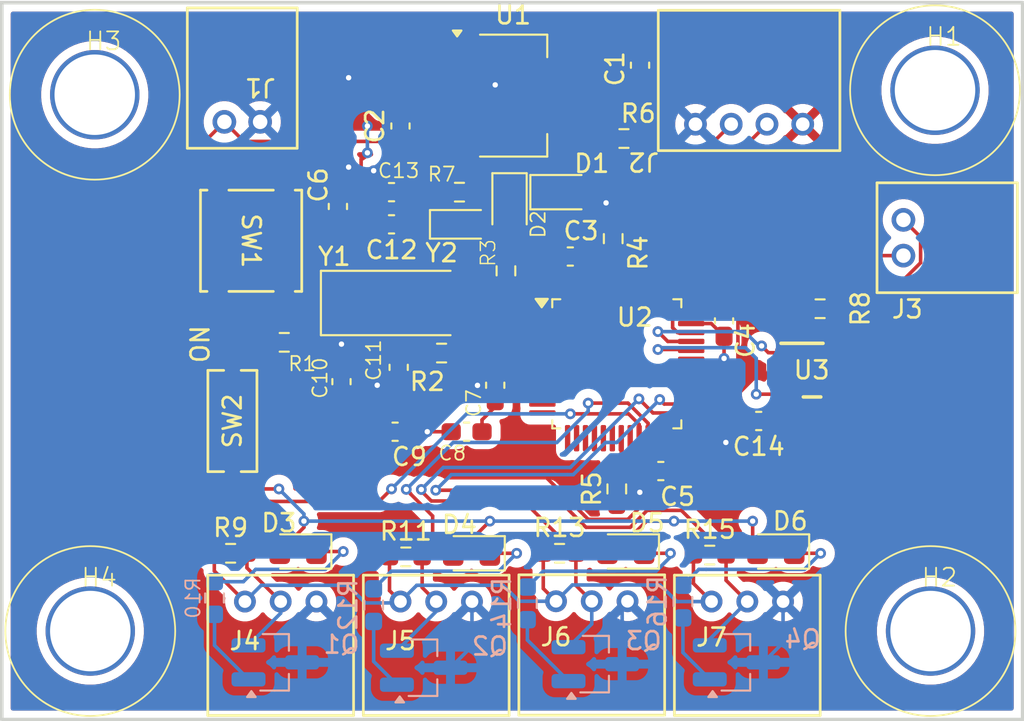
<source format=kicad_pcb>
(kicad_pcb (version 20241229) (generator "pcbnew") (generator_version "9.0")
  (layers (0 "F.Cu" signal) (2 "B.Cu" signal) (13 "F.Paste" user) (15 "B.Paste" user) (5 "F.SilkS" user "F.Silkscreen") (7 "B.SilkS" user "B.Silkscreen") (1 "F.Mask" user) (3 "B.Mask" user) (25 "Edge.Cuts" user))
  (net 0 "")
  (net 1 "Vcc3V")
  (net 2 "GND")
  (net 3 "+5V")
  (net 4 "Vdda")
  (net 5 "NRST")
  (net 6 "OSC_OUT")
  (net 7 "Net-(C11-Pad1)")
  (net 8 "OSC32_OUT")
  (net 9 "Net-(C13-Pad1)")
  (net 10 "Net-(D1-K)")
  (net 11 "Net-(D2-K)")
  (net 12 "LED_DEBUG")
  (net 13 "SWCLK")
  (net 14 "SWDIO")
  (net 15 "OSC_IN")
  (net 16 "OSC32_IN")
  (net 17 "BOOT0")
  (net 18 "BOOT1")
  (net 21 "Net-(D3-K)")
  (net 25 "LED_PWR")
  (net 34 "Net-(D4-K)")
  (net 39 "CANTX")
  (net 40 "CANRX")
  (net 48 "Net-(D5-K)")
  (net 51 "Net-(J3-Pin_1)")
  (net 52 "Net-(J3-Pin_2)")
  (net 55 "Net-(D6-K)")
  (net 56 "RPM0")
  (net 57 "RPM1")
  (net 58 "RPM2")
  (net 59 "RPM3")
  (net 60 "Net-(Q1-D)")
  (net 61 "Net-(Q2-D)")
  (net 62 "Net-(Q3-D)")
  (net 63 "Net-(Q4-D)")
  (footprint "Resistor_SMD:R_0603_1608Metric_Pad0.98x0.95mm_HandSolder" (layer "F.Cu") (at 154.4 63.2 180)
    (property "Reference" "R7")
    (property "Value" "150")
  )
  (footprint "Capacitor_SMD:C_0603_1608Metric_Pad1.08x0.95mm_HandSolder" (layer "F.Cu") (at 164.5 56.1 90)
    (property "Reference" "C1")
    (property "Value" "22u")
  )
  (footprint "Capacitor_SMD:C_0603_1608Metric_Pad1.08x0.95mm_HandSolder" (layer "F.Cu") (at 151.1 59.5 90)
    (property "Reference" "C2")
    (property "Value" "10u")
  )
  (footprint "Mounting_holes_custom:Hole 8-32 Imperial" (layer "F.Cu") (at 180.75 87.75)
    (property "Reference" "H2")
    (property "Value" "MountingHole" (hide yes))
  )
  (footprint "Capacitor_SMD:C_0603_1608Metric_Pad1.08x0.95mm_HandSolder" (layer "F.Cu") (at 147.6 64 90)
    (property "Reference" "C6")
    (property "Value" "10u")
  )
  (footprint "Connector_PH:CONN_S3B-PH-K-S_JST-3x1-Female" (layer "F.Cu") (at 142.4 86.1)
    (property "Reference" "J4")
    (property "Value" "Conn_01x03")
  )
  (footprint "Switch:CHS-01B_NDC-M" (layer "F.Cu") (at 141.7 76 90)
    (property "Reference" "SW2")
    (property "Value" "SW_DIP_x01")
  )
  (footprint "Connector_PH:CONN_S3B-PH-K-S_JST-3x1-Female" (layer "F.Cu") (at 159.8 86.0826)
    (property "Reference" "J6")
    (property "Value" "Conn_01x03")
  )
  (footprint "Mounting_holes_custom:Hole 8-32 Imperial" (layer "F.Cu") (at 134 57.75)
    (property "Reference" "H3")
    (property "Value" "MountingHole" (hide yes))
  )
  (footprint "Connector_PH:CONN_S3B-PH-K-S_JST-3x1-Female" (layer "F.Cu") (at 168.5 86.1)
    (property "Reference" "J7")
    (property "Value" "Conn_01x03")
  )
  (footprint "LED_SMD:LED_0805_2012Metric_Pad1.15x1.40mm_HandSolder" (layer "F.Cu") (at 172.1 83.3 180)
    (property "Reference" "D6")
    (property "Value" "LTST-C171KRKT")
  )
  (footprint "BAJACONN:CONN_S2B-PH-K-S_JST" (layer "F.Cu") (at 179.2326 66.75 90)
    (property "Reference" "J3")
    (property "Value" "S2B-PH-K-S")
  )
  (footprint "Switch:SMT_FS" (layer "F.Cu") (at 142.7458 65.91865 -90)
    (property "Reference" "SW1")
    (property "Value" "SW_Push_Dual")
  )
  (footprint "Connector_PH:CONN_S2B-PH-K-S_JST-2x1-Female" (layer "F.Cu") (at 143.25 59.2674 180)
    (property "Reference" "J1")
    (property "Value" "S2B-PH-K-S")
  )
  (footprint "LED_SMD:LED_0805_2012Metric_Pad1.15x1.40mm_HandSolder" (layer "F.Cu") (at 163.7 83.3 180)
    (property "Reference" "D5")
    (property "Value" "LTST-C171KRKT")
  )
  (footprint "LED_SMD:LED_0805_2012Metric_Pad1.15x1.40mm_HandSolder" (layer "F.Cu") (at 157.2 64 -90)
    (property "Reference" "D2")
    (property "Value" "LTST-C171AKT")
  )
  (footprint "Capacitor_SMD:C_0603_1608Metric_Pad1.08x0.95mm_HandSolder" (layer "F.Cu") (at 160.6 66.8)
    (property "Reference" "C3")
    (property "Value" "100n")
  )
  (footprint "Resistor_SMD:R_0603_1608Metric_Pad0.98x0.95mm_HandSolder" (layer "F.Cu") (at 174.5725 69.72)
    (property "Reference" "R8")
    (property "Value" "120")
  )
  (footprint "Capacitor_SMD:C_0603_1608Metric_Pad1.08x0.95mm_HandSolder" (layer "F.Cu") (at 151 73 -90)
    (property "Reference" "C11")
    (property "Value" "32p")
  )
  (footprint "Crystal:Crystal_SMD_5032-2Pin_5.0x3.2mm_HandSoldering" (layer "F.Cu") (at 151.2 69.4)
    (property "Reference" "Y1")
    (property "Value" "ABM3-8.000MHZ-B4Y-T")
  )
  (footprint "LED_SMD:LED_0805_2012Metric_Pad1.15x1.40mm_HandSolder" (layer "F.Cu") (at 160.225 63.2)
    (property "Reference" "D1")
    (property "Value" "LTST-C171GKT")
  )
  (footprint "Capacitor_SMD:C_0603_1608Metric_Pad1.08x0.95mm_HandSolder" (layer "F.Cu") (at 171.1375 76 180)
    (property "Reference" "C14")
    (property "Value" "100n")
  )
  (footprint "Resistor_SMD:R_0603_1608Metric_Pad0.98x0.95mm_HandSolder" (layer "F.Cu") (at 144.6 71.6 180)
    (property "Reference" "R1")
    (property "Value" "10k")
  )
  (footprint "Package_TO_SOT_SMD:SOT-223-3_TabPin2" (layer "F.Cu") (at 157.4 57.8)
    (property "Reference" "U1")
    (property "Value" "AMS1117-3.3")
  )
  (footprint "Capacitor_SMD:C_0603_1608Metric_Pad1.08x0.95mm_HandSolder" (layer "F.Cu") (at 156.4 74 90)
    (property "Reference" "C7")
    (property "Value" "100n")
  )
  (footprint "Mounting_holes_custom:Hole 8-32 Imperial" (layer "F.Cu") (at 181 57.5)
    (property "Reference" "H1")
    (property "Value" "MountingHole" (hide yes))
  )
  (footprint "Resistor_SMD:R_0603_1608Metric_Pad0.98x0.95mm_HandSolder" (layer "F.Cu") (at 160 83.4)
    (property "Reference" "R13")
    (property "Value" "10k")
  )
  (footprint "LED_SMD:LED_0805_2012Metric_Pad1.15x1.40mm_HandSolder" (layer "F.Cu") (at 155.075 83.4 180)
    (property "Reference" "D4")
    (property "Value" "LTST-C171KRKT")
  )
  (footprint "Resistor_SMD:R_0603_1608Metric_Pad0.98x0.95mm_HandSolder" (layer "F.Cu") (at 141.6 83.4)
    (property "Reference" "R9")
    (property "Value" "10k")
  )
  (footprint "Mounting_holes_custom:Hole 8-32 Imperial" (layer "F.Cu") (at 133.75 87.75)
    (property "Reference" "H4")
    (property "Value" "MountingHole" (hide yes))
  )
  (footprint "Resistor_SMD:R_0603_1608Metric_Pad0.98x0.95mm_HandSolder" (layer "F.Cu") (at 151.4 83.6)
    (property "Reference" "R11")
    (property "Value" "10k")
  )
  (footprint "Capacitor_SMD:C_0603_1608Metric_Pad1.08x0.95mm_HandSolder" (layer "F.Cu") (at 169.2 70.4 -90)
    (property "Reference" "C4")
    (property "Value" "100n")
  )
  (footprint "Crystal:Crystal_SMD_2012-2Pin_2.0x1.2mm_HandSoldering" (layer "F.Cu") (at 154.4 65)
    (property "Reference" "Y2")
    (property "Value" "ABS06-32.768KHZ-1-T")
  )
  (footprint "Resistor_SMD:R_0603_1608Metric_Pad0.98x0.95mm_HandSolder" (layer "F.Cu") (at 153.4 72.2)
    (property "Reference" "R2")
    (property "Value" "750")
  )
  (footprint "Capacitor_SMD:C_0603_1608Metric_Pad1.08x0.95mm_HandSolder" (layer "F.Cu") (at 150.6 63.2 180)
    (property "Reference" "C13")
    (property "Value" "22p")
  )
  (footprint "Resistor_SMD:R_0603_1608Metric_Pad0.98x0.95mm_HandSolder" (layer "F.Cu") (at 163.2 79.8 -90)
    (property "Reference" "R5")
    (property "Value" "10k")
  )
  (footprint "Capacitor_SMD:C_0603_1608Metric_Pad1.08x0.95mm_HandSolder" (layer "F.Cu") (at 150.6 65 180)
    (property "Reference" "C12")
    (property "Value" "22p")
  )
  (footprint "Resistor_SMD:R_0603_1608Metric_Pad0.98x0.95mm_HandSolder" (layer "F.Cu") (at 168.4 83.5)
    (property "Reference" "R15")
    (property "Value" "10k")
  )
  (footprint "Capacitor_SMD:C_0603_1608Metric_Pad1.08x0.95mm_HandSolder" (layer "F.Cu") (at 150.8 76.6)
    (property "Reference" "C9")
    (property "Value" "100n")
  )
  (footprint "Capacitor_SMD:C_0603_1608Metric_Pad1.08x0.95mm_HandSolder" (layer "F.Cu") (at 165.6625 78.8 180)
    (property "Reference" "C5")
    (property "Value" "100n")
  )
  (footprint "Resistor_SMD:R_0603_1608Metric_Pad0.98x0.95mm_HandSolder" (layer "F.Cu") (at 163.6 60.2)
    (property "Reference" "R6")
    (property "Value" "68")
  )
  (footprint "Connector_PH:CONN_S3B-PH-K-S_JST-3x1-Female" (layer "F.Cu") (at 151.099999 86.1)
    (property "Reference" "J5")
    (property "Value" "Conn_01x03")
  )
  (footprint "Capacitor_SMD:C_0603_1608Metric_Pad1.08x0.95mm_HandSolder" (layer "F.Cu") (at 154.8 76.6 180)
    (property "Reference" "C8")
    (property "Value" "1u")
  )
  (footprint "CAN:TCAN332_M" (layer "F.Cu") (at 174.135001 73.154999)
    (property "Reference" "U3")
    (property "Value" "TCAN332G")
  )
  (footprint "Capacitor_SMD:C_0603_1608Metric_Pad1.08x0.95mm_HandSolder" (layer "F.Cu") (at 147.8 73.8 90)
    (property "Reference" "C10")
    (property "Value" "32p")
  )
  (footprint "Resistor_SMD:R_0603_1608Metric_Pad0.98x0.95mm_HandSolder" (layer "F.Cu") (at 157 67.6 -90)
    (property "Reference" "R3")
    (property "Value" "470k")
  )
  (footprint "Package_QFP:LQFP-48_7x7mm_P0.5mm" (layer "F.Cu") (at 163.2 72.8)
    (property "Reference" "U2")
    (property "Value" "STM32F103C8Tx")
  )
  (footprint "LED_SMD:LED_0805_2012Metric_Pad1.15x1.40mm_HandSolder" (layer "F.Cu") (at 145.375 83.3 180)
    (property "Reference" "D3")
    (property "Value" "LTST-C171KRKT")
  )
  (footprint "Connector_PH:CONN_S4B-PH-K-S_JST-4x1-Female" (layer "F.Cu") (at 173.6 59.4 180)
    (property "Reference" "J2")
    (property "Value" "Conn_01x04")
  )
  (footprint "Resistor_SMD:R_0603_1608Metric_Pad0.98x0.95mm_HandSolder" (layer "F.Cu") (at 163 65.8 90)
    (property "Reference" "R4")
    (property "Value" "10k")
  )
  (footprint "Resistor_SMD:R_0603_1608Metric_Pad0.98x0.95mm_HandSolder" (layer "B.Cu") (at 149.6 86.3 -90)
    (property "Reference" "R12")
    (property "Value" "68")
  )
  (footprint "Resistor_SMD:R_0603_1608Metric_Pad0.98x0.95mm_HandSolder" (layer "B.Cu") (at 158.2 86.2 -90)
    (property "Reference" "R14")
    (property "Value" "68")
  )
  (footprint "Package_TO_SOT_SMD:SOT-23_Handsoldering" (layer "B.Cu") (at 152.4 89.8)
    (property "Reference" "Q2")
    (property "Value" "NMOS")
  )
  (footprint "Package_TO_SOT_SMD:SOT-23_Handsoldering" (layer "B.Cu") (at 144.1 89.5)
    (property "Reference" "Q1")
    (property "Value" "NMOS")
  )
  (footprint "Resistor_SMD:R_0603_1608Metric_Pad0.98x0.95mm_HandSolder" (layer "B.Cu") (at 140.7 85.9 -90)
    (property "Reference" "R10")
    (property "Value" "68")
  )
  (footprint "Resistor_SMD:R_0603_1608Metric_Pad0.98x0.95mm_HandSolder" (layer "B.Cu") (at 166.9 86.1 -90)
    (property "Reference" "R16")
    (property "Value" "68")
  )
  (footprint "Package_TO_SOT_SMD:SOT-23_Handsoldering" (layer "B.Cu") (at 169.9 89.5)
    (property "Reference" "Q4")
    (property "Value" "NMOS")
  )
  (footprint "Package_TO_SOT_SMD:SOT-23_Handsoldering" (layer "B.Cu") (at 162 89.6)
    (property "Reference" "Q3")
    (property "Value" "NMOS")
  )
  (gr_rect (start 128.8 52.6) (end 185.9 92.7) (stroke (width 0.2)) (fill no) (layer "Edge.Cuts"))
  (segment (start 172.66 73.48) (end 170.996 73.48) (width 0.2) (layer "F.Cu") (net 1))
  (segment (start 167.3625 70.05) (end 168.6875 70.05) (width 0.2) (layer "F.Cu") (net 1))
  (segment (start 165.95 78.225) (end 166.525 78.8) (width 0.2) (layer "F.Cu") (net 1))
  (segment (start 152.574 59.476) (end 154.25 57.8) (width 0.2) (layer "F.Cu") (net 1))
  (segment (start 163.7 57.7625) (end 163.6 57.8625) (width 0.2) (layer "F.Cu") (net 1))
  (segment (start 148.899 63.5635) (end 148.899 61.351) (width 0.2) (layer "F.Cu") (net 1))
  (segment (start 168.6875 70.05) (end 169.2 69.5375) (width 0.2) (layer "F.Cu") (net 1))
  (segment (start 148.899 61.351) (end 149.25 61) (width 0.2) (layer "F.Cu") (net 1))
  (segment (start 163.5 57.8625) (end 163.7 57.8625) (width 0.2) (layer "F.Cu") (net 1))
  (segment (start 159.65 58.5) (end 161.3625 58.5) (width 0.2) (layer "F.Cu") (net 1))
  (segment (start 145.63125 66.83125) (end 145.5125 66.95) (width 0.2) (layer "F.Cu") (net 1))
  (segment (start 162.4 63.2) (end 163.476 62.124) (width 0.2) (layer "F.Cu") (net 1))
  (segment (start 170 76) (end 169.6625 75.6625) (width 0.2) (layer "F.Cu") (net 1))
  (segment (start 161.9375 57.8) (end 160.55 57.8) (width 0.2) (layer "F.Cu") (net 1))
  (segment (start 163.7 57.7625) (end 163.7 57.8625) (width 0.2) (layer "F.Cu") (net 1))
  (segment (start 169.6625 75.6625) (end 166.525 78.8) (width 0.2) (layer "F.Cu") (net 1))
  (segment (start 163.7 57.8625) (end 164.6 57.8625) (width 0.2) (layer "F.Cu") (net 1))
  (segment (start 169.976 74.5) (end 169.976 75.349) (width 0.2) (layer "F.Cu") (net 1))
  (segment (start 160.45 67.5125) (end 159.7375 66.8) (width 0.2) (layer "F.Cu") (net 1))
  (segment (start 159.7375 64.7125) (end 161.25 63.2) (width 0.2) (layer "F.Cu") (net 1))
  (segment (start 163.476 62.124) (end 163.476 59.3385) (width 0.2) (layer "F.Cu") (net 1))
  (segment (start 172.0625 57.8625) (end 164.6 57.8625) (width 0.2) (layer "F.Cu") (net 1))
  (segment (start 154.25 57.8) (end 160.55 57.8) (width 0.2) (layer "F.Cu") (net 1))
  (segment (start 147.6 64.8625) (end 145.63125 66.83125) (width 0.2) (layer "F.Cu") (net 1))
  (segment (start 145.5125 66.95) (end 145.5125 71.6) (width 0.2) (layer "F.Cu") (net 1))
  (segment (start 163.824 81.501) (end 161.6 81.501) (width 0.2) (layer "F.Cu") (net 1))
  (segment (start 163.6 57.8625) (end 163.5 57.8625) (width 0.2) (layer "F.Cu") (net 1))
  (segment (start 170.996 73.48) (end 169.976 74.5) (width 0.2) (layer "F.Cu") (net 1))
  (segment (start 162 57.8625) (end 161.9375 57.8) (width 0.2) (layer "F.Cu") (net 1))
  (segment (start 160.45 68.6375) (end 160.45 67.5125) (width 0.2) (layer "F.Cu") (net 1))
  (segment (start 166.525 78.8) (end 163.824 81.501) (width 0.2) (layer "F.Cu") (net 1))
  (segment (start 142.899 69.5635) (end 145.63125 66.83125) (width 0.2) (layer "F.Cu") (net 1))
  (segment (start 164.6625 57.8625) (end 164.6 57.8625) (width 0.2) (layer "F.Cu") (net 1))
  (segment (start 158.983067 78.884067) (end 161.6 81.501) (width 0.2) (layer "F.Cu") (net 1))
  (segment (start 162.4 63.2) (end 161.25 63.2) (width 0.2) (layer "F.Cu") (net 1))
  (segment (start 163.476 59.3385) (end 162 57.8625) (width 0.2) (layer "F.Cu") (net 1))
  (segment (start 163.7 57.7625) (end 164.5 56.9625) (width 0.2) (layer "F.Cu") (net 1))
  (segment (start 147.6 64.8625) (end 148.899 63.5635) (width 0.2) (layer "F.Cu") (net 1))
  (segment (start 149.274 59.476) (end 149.25 59.5) (width 0.2) (layer "F.Cu") (net 1))
  (segment (start 142.899 72.067134) (end 142.899 69.5635) (width 0.2) (layer "F.Cu") (net 1))
  (segment (start 162 57.8625) (end 163.5 57.8625) (width 0.2) (layer "F.Cu") (net 1))
  (segment (start 173.6 59.4) (end 172.0625 57.8625) (width 0.2) (layer "F.Cu") (net 1))
  (segment (start 169.976 70.3135) (end 169.976 74.5) (width 0.2) (layer "F.Cu") (net 1))
  (segment (start 165.95 76.9625) (end 165.95 78.225) (width 0.2) (layer "F.Cu") (net 1))
  (segment (start 149.715933 78.884067) (end 142.899 72.067134) (width 0.2) (layer "F.Cu") (net 1))
  (segment (start 169.2 69.5375) (end 169.976 70.3135) (width 0.2) (layer "F.Cu") (net 1))
  (segment (start 159.7375 66.8) (end 159.7375 64.7125) (width 0.2) (layer "F.Cu") (net 1))
  (segment (start 152.574 59.476) (end 149.274 59.476) (width 0.2) (layer "F.Cu") (net 1))
  (segment (start 149.715933 78.884067) (end 158.983067 78.884067) (width 0.2) (layer "F.Cu") (net 1))
  (segment (start 169.976 75.349) (end 169.6625 75.6625) (width 0.2) (layer "F.Cu") (net 1))
  (segment (start 170.275 76) (end 170 76) (width 0.2) (layer "F.Cu") (net 1))
  (via (at 149.25 61) (size 0.6) (drill 0.3) (layers "F.Cu" "B.Cu") (net 1))
  (via (at 149.25 59.5) (size 0.6) (drill 0.3) (layers "F.Cu" "B.Cu") (net 1))
  (segment (start 149.25 59.5) (end 149.25 61) (width 0.2) (layer "B.Cu") (net 1))
  (segment (start 159.0375 73.55) (end 156.8125 73.55) (width 0.2) (layer "F.Cu") (net 2))
  (segment (start 172 76) (end 172.217 76) (width 0.2) (layer "F.Cu") (net 2))
  (segment (start 164.488235 79.111765) (end 164.488235 79.988235) (width 0.2) (layer "F.Cu") (net 2))
  (segment (start 161.4625 66.425) (end 163 64.8875) (width 0.2) (layer "F.Cu") (net 2))
  (segment (start 156.4 73.1375) (end 156.27813 73.1375) (width 0.2) (layer "F.Cu") (net 2))
  (segment (start 163.924265 79.988235) (end 163.2 80.7125) (width 0.2) (layer "F.Cu") (net 2))
  (segment (start 149.6 62) (end 152.2 62) (width 0.2) (layer "F.Cu") (net 2))
  (segment (start 163 64.2) (end 162.6 63.8) (width 0.2) (layer "F.Cu") (net 2))
  (segment (start 147.18965 63.1375) (end 141.1458 69.18135) (width 0.2) (layer "F.Cu") (net 2))
  (segment (start 147.6 62.4) (end 148.2 61.8) (width 0.2) (layer "F.Cu") (net 2))
  (segment (start 164.488235 79.988235) (end 163.924265 79.988235) (width 0.2) (layer "F.Cu") (net 2))
  (segment (start 160.95 68.6375) (end 160.95 67.3125) (width 0.2) (layer "F.Cu") (net 2))
  (segment (start 153.4875 63.2) (end 153.4 63.2) (width 0.2) (layer "F.Cu") (net 2))
  (segment (start 165.45 78.15) (end 165.45 76.9625) (width 0.2) (layer "F.Cu") (net 2))
  (segment (start 147.2375 63.5) (end 147.6 63.1375) (width 0.2) (layer "F.Cu") (net 2))
  (segment (start 164.488235 79.111765) (end 165.45 78.15) (width 0.2) (layer "F.Cu") (net 2))
  (segment (start 158.3625 55.2375) (end 156.4 57.2) (width 0.2) (layer "F.Cu") (net 2))
  (segment (start 150.0375 58.6375) (end 151.1 58.6375) (width 0.2) (layer "F.Cu") (net 2))
  (segment (start 173.561 72.954001) (end 173.437 72.830001) (width 0.2) (layer "F.Cu") (net 2))
  (segment (start 152.2 62) (end 153.4 63.2) (width 0.2) (layer "F.Cu") (net 2))
  (segment (start 164.5125 60.2) (end 164.5125 61.8875) (width 0.2) (layer "F.Cu") (net 2))
  (segment (start 170.8 77.2) (end 169.3 77.2) (width 0.2) (layer "F.Cu") (net 2))
  (segment (start 147.6 63.1375) (end 147.18965 63.1375) (width 0.2) (layer "F.Cu") (net 2))
  (segment (start 173.561 74.656) (end 173.561 72.954001) (width 0.2) (layer "F.Cu") (net 2))
  (segment (start 172 76) (end 170.8 77.2) (width 0.2) (layer "F.Cu") (net 2))
  (segment (start 149.7375 63.2) (end 149.4 63.2) (width 0.2) (layer "F.Cu") (net 2))
  (segment (start 163 64.8875) (end 163 64.2) (width 0.2) (layer "F.Cu") (net 2))
  (segment (start 156.27813 73.1375) (end 155.407815 74.007815) (width 0.2) (layer "F.Cu") (net 2))
  (segment (start 147.6 63.1375) (end 147.6 62.4) (width 0.2) (layer "F.Cu") (net 2))
  (segment (start 151.1125 58.6375) (end 154.25 55.5) (width 0.2) (layer "F.Cu") (net 2))
  (segment (start 160.95 67.3125) (end 161.4625 66.8) (width 0.2) (layer "F.Cu") (net 2))
  (segment (start 164.7125 78.8875) (end 164.488235 79.111765) (width 0.2) (layer "F.Cu") (net 2))
  (segment (start 149.7375 65) (end 149.7375 63.2) (width 0.2) (layer "F.Cu") (net 2))
  (segment (start 151 73.8625) (end 149.9375 73.8625) (width 0.2) (layer "F.Cu") (net 2))
  (segment (start 161.4625 66.8) (end 161.4625 66.425) (width 0.2) (layer "F.Cu") (net 2))
  (segment (start 149.7375 62.1375) (end 149.6 62) (width 0.2) (layer "F.Cu") (net 2))
  (segment (start 164.5 55.2375) (end 158.3625 55.2375) (width 0.2) (layer "F.Cu") (net 2))
  (segment (start 149.4 63.2) (end 149.3375 63.1375) (width 0.2) (layer "F.Cu") (net 2))
  (segment (start 149.7375 63.2) (end 149.7375 62.1375) (width 0.2) (layer "F.Cu") (net 2))
  (segment (start 152.6 76.6) (end 151.6625 76.6) (width 0.2) (layer "F.Cu") (net 2))
  (segment (start 153.9375 76.6) (end 152.6 76.6) (width 0.2) (layer "F.Cu") (net 2))
  (segment (start 143.25 59.2674) (end 145.7174 56.8) (width 0.2) (layer "F.Cu") (net 2))
  (segment (start 166.800002 60.2) (end 164.5125 60.2) (width 0.2) (layer "F.Cu") (net 2))
  (segment (start 167.600002 59.4) (end 166.800002 60.2) (width 0.2) (layer "F.Cu") (net 2))
  (segment (start 172.217 76) (end 173.561 74.656) (width 0.2) (layer "F.Cu") (net 2))
  (segment (start 148.2 56.8) (end 150.0375 58.6375) (width 0.2) (layer "F.Cu") (net 2))
  (segment (start 154.25 55.5) (end 154.7 55.5) (width 0.2) (layer "F.Cu") (net 2))
  (segment (start 156.8125 73.55) (end 156.4 73.1375) (width 0.2) (layer "F.Cu") (net 2))
  (segment (start 145.7174 56.8) (end 148.2 56.8) (width 0.2) (layer "F.Cu") (net 2))
  (segment (start 156.6 73.1375) (end 156.4625 73.1375) (width 0.2) (layer "F.Cu") (net 2))
  (segment (start 168.4875 70.55) (end 167.3625 70.55) (width 0.2) (layer "F.Cu") (net 2))
  (segment (start 147.8 71.7) (end 147.8 72.9375) (width 0.2) (layer "F.Cu") (net 2))
  (segment (start 154.7 55.5) (end 156.4 57.2) (width 0.2) (layer "F.Cu") (net 2))
  (segment (start 173.437 72.830001) (end 172.66 72.830001) (width 0.2) (layer "F.Cu") (net 2))
  (segment (start 149.9375 73.8625) (end 149.8 74) (width 0.2) (layer "F.Cu") (net 2))
  (segment (start 169.2 71.2625) (end 168.4875 70.55) (width 0.2) (layer "F.Cu") (net 2))
  (segment (start 164.5125 61.8875) (end 162.6 63.8) (width 0.2) (layer "F.Cu") (net 2))
  (segment (start 151.1 58.6375) (end 151.1125 58.6375) (width 0.2) (layer "F.Cu") (net 2))
  (segment (start 143.595099 59.604901) (end 143.4 59.8) (width 0.2) (layer "F.Cu") (net 2))
  (segment (start 169.2 72.5) (end 169.2 71.2625) (width 0.2) (layer "F.Cu") (net 2))
  (via (at 152.6 76.6) (size 0.6) (drill 0.3) (layers "F.Cu" "B.Cu") (net 2))
  (via (at 169.2 72.5) (size 0.6) (drill 0.3) (layers "F.Cu" "B.Cu") (net 2))
  (via (at 162.6 63.8) (size 0.6) (drill 0.3) (layers "F.Cu" "B.Cu") (net 2))
  (via (at 148.2 56.8) (size 0.6) (drill 0.3) (layers "F.Cu" "B.Cu") (net 2))
  (via (at 169.3 77.2) (size 0.6) (drill 0.3) (layers "F.Cu" "B.Cu") (net 2))
  (via (at 147.8 71.7) (size 0.6) (drill 0.3) (layers "F.Cu" "B.Cu") (net 2))
  (via (at 148.2 61.8) (size 0.6) (drill 0.3) (layers "F.Cu" "B.Cu") (net 2))
  (via (at 149.8 74) (size 0.6) (drill 0.3) (layers "F.Cu" "B.Cu") (net 2))
  (via (at 149.6 62) (size 0.6) (drill 0.3) (layers "F.Cu" "B.Cu") (net 2))
  (via (at 156.4 57.2) (size 0.6) (drill 0.3) (layers "F.Cu" "B.Cu") (net 2))
  (via (at 155.407815 74.007815) (size 0.6) (drill 0.3) (layers "F.Cu" "B.Cu") (net 2))
  (via (at 164.488235 79.988235) (size 0.6) (drill 0.3) (layers "F.Cu" "B.Cu") (net 2))
  (segment (start 164.488235 79.988235) (end 164.488235 79.111765) (width 0.2) (layer "B.Cu") (net 2))
  (segment (start 155.407815 74.007815) (end 155.192185 74.007815) (width 0.2) (layer "B.Cu") (net 2))
  (segment (start 152.6 76.6) (end 152.4 76.6) (width 0.2) (layer "B.Cu") (net 2))
  (segment (start 169.3 76.7) (end 168.1 75.5) (width 0.2) (layer "B.Cu") (net 2))
  (segment (start 148.4 62) (end 148.2 61.8) (width 0.2) (layer "B.Cu") (net 2))
  (segment (start 145.6 86.900001) (end 145.6 89.5) (width 0.2) (layer "B.Cu") (net 2))
  (segment (start 153.9 89.8) (end 155.1 88.6) (width 0.2) (layer "B.Cu") (net 2))
  (segment (start 147.8 71.7) (end 147.9375 71.8375) (width 0.2) (layer "B.Cu") (net 2))
  (segment (start 168.807815 74.007815) (end 169.2 74.4) (width 0.2) (layer "B.Cu") (net 2))
  (segment (start 152.4 76.6) (end 149.8 74) (width 0.2) (layer "B.Cu") (net 2))
  (segment (start 172.500001 88.399999) (end 172.500001 86.1) (width 0.2) (layer "B.Cu") (net 2))
  (segment (start 147.9375 71.8375) (end 147.9375 72.9375) (width 0.2) (layer "B.Cu") (net 2))
  (segment (start 147.9375 72.9375) (end 149 74) (width 0.2) (layer "B.Cu") (net 2))
  (segment (start 162.1125 63.8) (end 156.4 58.0875) (width 0.2) (layer "B.Cu") (net 2))
  (segment (start 169.3 77.2) (end 169.3 76.7) (width 0.2) (layer "B.Cu") (net 2))
  (segment (start 148.2 62.2) (end 148.2 61.8) (width 0.2) (layer "B.Cu") (net 2))
  (segment (start 169.2 74.4) (end 169.2 72.5) (width 0.2) (layer "B.Cu") (net 2))
  (segment (start 146.400001 86.1) (end 145.6 86.900001) (width 0.2) (layer "B.Cu") (net 2))
  (segment (start 164.488235 79.111765) (end 168.1 75.5) (width 0.2) (layer "B.Cu") (net 2))
  (segment (start 155.192185 74.007815) (end 152.6 76.6) (width 0.2) (layer "B.Cu") (net 2))
  (segment (start 171.4 89.5) (end 172.500001 88.399999) (width 0.2) (layer "B.Cu") (net 2))
  (segment (start 168.1 75.5) (end 169.2 74.4) (width 0.2) (layer "B.Cu") (net 2))
  (segment (start 163.5 89.6) (end 163.5 86.382601) (width 0.2) (layer "B.Cu") (net 2))
  (segment (start 147.8 71.7) (end 147.8 62.6) (width 0.2) (layer "B.Cu") (net 2))
  (segment (start 156.4 58.0875) (end 156.4 57.2) (width 0.2) (layer "B.Cu") (net 2))
  (segment (start 155.1 88.6) (end 155.1 86.1) (width 0.2) (layer "B.Cu") (net 2))
  (segment (start 149.6 62) (end 148.4 62) (width 0.2) (layer "B.Cu") (net 2))
  (segment (start 155.407815 74.007815) (end 168.807815 74.007815) (width 0.2) (layer "B.Cu") (net 2))
  (segment (start 163.5 86.382601) (end 163.800001 86.0826) (width 0.2) (layer "B.Cu") (net 2))
  (segment (start 147.8 62.6) (end 148.2 62.2) (width 0.2) (layer "B.Cu") (net 2))
  (segment (start 149 74) (end 149.8 74) (width 0.2) (layer "B.Cu") (net 2))
  (segment (start 148.2 61.8) (end 148.2 56.8) (width 0.2) (layer "B.Cu") (net 2))
  (segment (start 162.6 63.8) (end 162.1125 63.8) (width 0.2) (layer "B.Cu") (net 2))
  (segment (start 151.1 60.3625) (end 153.9875 60.3625) (width 0.2) (layer "F.Cu") (net 3))
  (segment (start 140.6875 83.4) (end 140.6875 84.3875) (width 0.2) (layer "F.Cu") (net 3))
  (segment (start 150.4875 83.6) (end 150.4875 85.487501) (width 0.2) (layer "F.Cu") (net 3))
  (segment (start 141.249999 59.2674) (end 140.1 60.417399) (width 0.2) (layer "F.Cu") (net 3))
  (segment (start 153.9875 60.3625) (end 154.25 60.1) (width 0.2) (layer "F.Cu") (net 3))
  (segment (start 159.8 86.0826) (end 159.0875 85.3701) (width 0.2) (layer "F.Cu") (net 3))
  (segment (start 167.4875 85.0875) (end 168.5 86.1) (width 0.2) (layer "F.Cu") (net 3))
  (segment (start 159.0875 85.3701) (end 159.0875 83.4) (width 0.2) (layer "F.Cu") (net 3))
  (segment (start 151.1 60.3625) (end 142.345099 60.3625) (width 0.2) (layer "F.Cu") (net 3))
  (segment (start 140.1 60.417399) (end 140.1 81.9) (width 0.2) (layer "F.Cu") (net 3))
  (segment (start 150.4875 85.487501) (end 151.099999 86.1) (width 0.2) (layer "F.Cu") (net 3))
  (segment (start 142.345099 60.3625) (end 141.249999 59.2674) (width 0.2) (layer "F.Cu") (net 3))
  (segment (start 140.1 81.9) (end 140.1 82.8125) (width 0.2) (layer "F.Cu") (net 3))
  (segment (start 140.1 82.8125) (end 140.6875 83.4) (width 0.2) (layer "F.Cu") (net 3))
  (segment (start 140.6875 84.3875) (end 142.4 86.1) (width 0.2) (layer "F.Cu") (net 3))
  (segment (start 167.4875 83.5) (end 167.4875 85.0875) (width 0.2) (layer "F.Cu") (net 3))
  (segment (start 152.010599 85.1894) (end 156.846266 85.1894) (width 0.2) (layer "B.Cu") (net 3))
  (segment (start 151.099999 86.1) (end 152.010599 85.1894) (width 0.2) (layer "B.Cu") (net 3))
  (segment (start 149.132866 86.176) (end 151.023999 86.176) (width 0.2) (layer "B.Cu") (net 3))
  (segment (start 148.146266 85.1894) (end 149.132866 86.176) (width 0.2) (layer "B.Cu") (net 3))
  (segment (start 142.4 86.1) (end 143.3106 85.1894) (width 0.2) (layer "B.Cu") (net 3))
  (segment (start 160.7106 85.172) (end 165.628866 85.172) (width 0.2) (layer "B.Cu") (net 3))
  (segment (start 151.023999 86.176) (end 151.099999 86.1) (width 0.2) (layer "B.Cu") (net 3))
  (segment (start 156.846266 85.1894) (end 157.739466 86.0826) (width 0.2) (layer "B.Cu") (net 3))
  (segment (start 157.739466 86.0826) (end 159.8 86.0826) (width 0.2) (layer "B.Cu") (net 3))
  (segment (start 166.556866 86.1) (end 168.5 86.1) (width 0.2) (layer "B.Cu") (net 3))
  (segment (start 143.3106 85.1894) (end 148.146266 85.1894) (width 0.2) (layer "B.Cu") (net 3))
  (segment (start 165.628866 85.172) (end 166.556866 86.1) (width 0.2) (layer "B.Cu") (net 3))
  (segment (start 159.8 86.0826) (end 160.7106 85.172) (width 0.2) (layer "B.Cu") (net 3))
  (segment (start 157.2125 74.05) (end 159.0375 74.05) (width 0.2) (layer "F.Cu") (net 4))
  (segment (start 156.4 74.8625) (end 156.4 75.2) (width 0.2) (layer "F.Cu") (net 4))
  (segment (start 155.6625 75.9375) (end 155.6625 76.6) (width 0.2) (layer "F.Cu") (net 4))
  (segment (start 156.4 75.2) (end 155.6625 75.9375) (width 0.2) (layer "F.Cu") (net 4))
  (segment (start 156.4 74.8625) (end 157.2125 74.05) (width 0.2) (layer "F.Cu") (net 4))
  (segment (start 144.6 69.1) (end 144.4 69.1) (width 0.2) (layer "F.Cu") (net 5))
  (segment (start 157.618134 73.05) (end 156.867134 72.299) (width 0.2) (layer "F.Cu") (net 5))
  (segment (start 155.6 72.631866) (end 155.6 72.9671) (width 0.2) (layer "F.Cu") (net 5))
  (segment (start 156.867134 72.299) (end 155.932866 72.299) (width 0.2) (layer "F.Cu") (net 5))
  (segment (start 159.0375 73.05) (end 157.618134 73.05) (width 0.2) (layer "F.Cu") (net 5))
  (segment (start 143.6875 69.8125) (end 143.6875 71.6) (width 0.2) (layer "F.Cu") (net 5))
  (segment (start 147.1135 75.501) (end 143.6875 72.075) (width 0.2) (layer "F.Cu") (net 5))
  (segment (start 153.0661 75.501) (end 147.1135 75.501) (width 0.2) (layer "F.Cu") (net 5))
  (segment (start 155.6 72.9671) (end 153.0661 75.501) (width 0.2) (layer "F.Cu") (net 5))
  (segment (start 148.2125 76.6) (end 149.9375 76.6) (width 0.2) (layer "F.Cu") (net 5))
  (segment (start 144.4 69.1) (end 143.6875 69.8125) (width 0.2) (layer "F.Cu") (net 5))
  (segment (start 147.1135 75.501) (end 148.2125 76.6) (width 0.2) (layer "F.Cu") (net 5))
  (segment (start 155.932866 72.299) (end 155.6 72.631866) (width 0.2) (layer "F.Cu") (net 5))
  (segment (start 143.6875 72.075) (end 143.6875 71.6) (width 0.2) (layer "F.Cu") (net 5))
  (segment (start 157.033234 71.898) (end 155.766766 71.898) (width 0.2) (layer "F.Cu") (net 6))
  (segment (start 148.576 73.776) (end 149.8 75) (width 0.2) (layer "F.Cu") (net 6))
  (segment (start 159.0375 72.55) (end 157.685234 72.55) (width 0.2) (layer "F.Cu") (net 6))
  (segment (start 153 75) (end 155.024 72.976) (width 0.2) (layer "F.Cu") (net 6))
  (segment (start 148.6 69.4) (end 148.576 69.424) (width 0.2) (layer "F.Cu") (net 6))
  (segment (start 155.024 72.976) (end 155.199 72.801) (width 0.2) (layer "F.Cu") (net 6))
  (segment (start 155.199 72.801) (end 155.199 72.465766) (width 0.2) (layer "F.Cu") (net 6))
  (segment (start 148.6 69.4) (end 148.6 69.568134) (width 0.2) (layer "F.Cu") (net 6))
  (segment (start 155.766766 71.898) (end 155.732383 71.932383) (width 0.2) (layer "F.Cu") (net 6))
  (segment (start 155.199 72.465766) (end 155.732383 71.932383) (width 0.2) (layer "F.Cu") (net 6))
  (segment (start 147.8 74.552) (end 148.576 73.776) (width 0.2) (layer "F.Cu") (net 6))
  (segment (start 149.8 75) (end 153 75) (width 0.2) (layer "F.Cu") (net 6))
  (segment (start 147.8 74.6625) (end 147.8 74.552) (width 0.2) (layer "F.Cu") (net 6))
  (segment (start 157.685234 72.55) (end 157.033234 71.898) (width 0.2) (layer "F.Cu") (net 6))
  (segment (start 148.576 69.424) (end 148.576 73.776) (width 0.2) (layer "F.Cu") (net 6))
  (segment (start 151.0625 72.2) (end 151 72.1375) (width 0.2) (layer "F.Cu") (net 7))
  (segment (start 153.8 70.8875) (end 152.4875 72.2) (width 0.2) (layer "F.Cu") (net 7))
  (segment (start 153.8 69.4) (end 153.8 70.8875) (width 0.2) (layer "F.Cu") (net 7))
  (segment (start 152.4875 72.2) (end 151.0625 72.2) (width 0.2) (layer "F.Cu") (net 7))
  (segment (start 153.475 65) (end 151.4625 65) (width 0.2) (layer "F.Cu") (net 8))
  (segment (start 157.819434 71.55) (end 159.0375 71.55) (width 0.2) (layer "F.Cu") (net 8))
  (segment (start 156.224 67.824) (end 156.224 69.954566) (width 0.2) (layer "F.Cu") (net 8))
  (segment (start 153.475 65.075) (end 156.224 67.824) (width 0.2) (layer "F.Cu") (net 8))
  (segment (start 153.475 65) (end 153.475 65.075) (width 0.2) (layer "F.Cu") (net 8))
  (segment (start 156.224 69.954566) (end 157.819434 71.55) (width 0.2) (layer "F.Cu") (net 8))
  (segment (start 152.2385 63.976) (end 154.301 63.976) (width 0.2) (layer "F.Cu") (net 9))
  (segment (start 157 66.6875) (end 157 66.675) (width 0.2) (layer "F.Cu") (net 9))
  (segment (start 154.301 63.976) (end 155.325 65) (width 0.2) (layer "F.Cu") (net 9))
  (segment (start 157 66.675) (end 155.325 65) (width 0.2) (layer "F.Cu") (net 9))
  (segment (start 151.4625 63.2) (end 152.2385 63.976) (width 0.2) (layer "F.Cu") (net 9))
  (segment (start 159.2 63.2) (end 159.2 62.2) (width 0.2) (layer "F.Cu") (net 10))
  (segment (start 161.2 60.2) (end 162.6875 60.2) (width 0.2) (layer "F.Cu") (net 10))
  (segment (start 159.2 62.2) (end 161.2 60.2) (width 0.2) (layer "F.Cu") (net 10))
  (segment (start 157.2 62.975) (end 155.5375 62.975) (width 0.2) (layer "F.Cu") (net 11))
  (segment (start 155.5375 62.975) (end 155.3125 63.2) (width 0.2) (layer "F.Cu") (net 11))
  (segment (start 159.0375 70.55) (end 158.266176 70.55) (width 0.2) (layer "F.Cu") (net 12))
  (segment (start 158 70.283824) (end 158 65.825) (width 0.2) (layer "F.Cu") (net 12))
  (segment (start 158 65.825) (end 157.2 65.025) (width 0.2) (layer "F.Cu") (net 12))
  (segment (start 158.266176 70.55) (end 158 70.283824) (width 0.2) (layer "F.Cu") (net 12))
  (segment (start 169.6 59.4) (end 167.6 61.4) (width 0.2) (layer "F.Cu") (net 13))
  (segment (start 163.999 65.915176) (end 165.95 67.866176) (width 0.2) (layer "F.Cu") (net 13))
  (segment (start 163.999 63.388315) (end 163.999 65.915176) (width 0.2) (layer "F.Cu") (net 13))
  (segment (start 165.987315 61.4) (end 163.999 63.388315) (width 0.2) (layer "F.Cu") (net 13))
  (segment (start 167.6 61.4) (end 165.987315 61.4) (width 0.2) (layer "F.Cu") (net 13))
  (segment (start 165.95 67.866176) (end 165.95 68.6375) (width 0.2) (layer "F.Cu") (net 13))
  (segment (start 166.324 70.782824) (end 166.324 69.817176) (width 0.2) (layer "F.Cu") (net 14))
  (segment (start 169 67.141176) (end 169 62.000001) (width 0.2) (layer "F.Cu") (net 14))
  (segment (start 169 62.000001) (end 171.600001 59.4) (width 0.2) (layer "F.Cu") (net 14))
  (segment (start 166.591176 71.05) (end 166.324 70.782824) (width 0.2) (layer "F.Cu") (net 14))
  (segment (start 166.324 69.817176) (end 169 67.141176) (width 0.2) (layer "F.Cu") (net 14))
  (segment (start 167.3625 71.05) (end 166.591176 71.05) (width 0.2) (layer "F.Cu") (net 14))
  (segment (start 157.199334 71.497) (end 155.0155 71.497) (width 0.2) (layer "F.Cu") (net 15))
  (segment (start 159.0375 72.05) (end 157.752334 72.05) (width 0.2) (layer "F.Cu") (net 15))
  (segment (start 157.752334 72.05) (end 157.199334 71.497) (width 0.2) (layer "F.Cu") (net 15))
  (segment (start 155.0155 71.497) (end 154.3125 72.2) (width 0.2) (layer "F.Cu") (net 15))
  (segment (start 157.886534 71.05) (end 157 70.163466) (width 0.2) (layer "F.Cu") (net 16))
  (segment (start 157 70.163466) (end 157 68.5125) (width 0.2) (layer "F.Cu") (net 16))
  (segment (start 159.0375 71.05) (end 157.886534 71.05) (width 0.2) (layer "F.Cu") (net 16))
  (segment (start 162.45 68.6375) (end 162.45 67.4625) (width 0.2) (layer "F.Cu") (net 17))
  (segment (start 162.45 67.4625) (end 163.2 66.7125) (width 0.2) (layer "F.Cu") (net 17))
  (segment (start 163.45 78.6375) (end 163.45 76.9625) (width 0.2) (layer "F.Cu") (net 18))
  (segment (start 163.2 78.8875) (end 163.45 78.6375) (width 0.2) (layer "F.Cu") (net 18))
  (segment (start 147.9 83.3) (end 146.4 83.3) (width 0.2) (layer "F.Cu") (net 21))
  (via (at 147.9 83.3) (size 0.6) (drill 0.3) (layers "F.Cu" "B.Cu") (net 21))
  (segment (start 146.9 84.3) (end 143 84.3) (width 0.2) (layer "B.Cu") (net 21))
  (segment (start 142.3125 84.9875) (end 140.7 84.9875) (width 0.2) (layer "B.Cu") (net 21))
  (segment (start 147.9 83.3) (end 146.9 84.3) (width 0.2) (layer "B.Cu") (net 21))
  (segment (start 143 84.3) (end 142.3125 84.9875) (width 0.2) (layer "B.Cu") (net 21))
  (segment (start 166.4 81.6) (end 164.86384 81.6) (width 0.2) (layer "F.Cu") (net 25))
  (segment (start 145.7 81.95) (end 144.35 83.3) (width 0.2) (layer "F.Cu") (net 25))
  (segment (start 164.86384 81.6) (end 164.34937 82.11447) (width 0.2) (layer "F.Cu") (net 25))
  (segment (start 170.8 81.6) (end 170.8 83.025) (width 0.2) (layer "F.Cu") (net 25))
  (segment (start 164.26384 82.2) (end 164.11447 82.34937) (width 0.2) (layer "F.Cu") (net 25))
  (segment (start 164.11447 82.34937) (end 164.06384 82.4) (width 0.2) (layer "F.Cu") (net 25))
  (segment (start 154.3 83.4) (end 154.05 83.4) (width 0.2) (layer "F.Cu") (net 25))
  (segment (start 145.7 81.6) (end 145.7 81.95) (width 0.2) (layer "F.Cu") (net 25))
  (segment (start 163.575 82.4) (end 162.675 83.3) (width 0.2) (layer "F.Cu") (net 25))
  (segment (start 164.06384 82.4) (end 163.575 82.4) (width 0.2) (layer "F.Cu") (net 25))
  (segment (start 164.34937 82.11447) (end 164.26384 82.2) (width 0.2) (layer "F.Cu") (net 25))
  (segment (start 141.7481 79.8) (end 144.3 79.8) (width 0.2) (layer "F.Cu") (net 25))
  (segment (start 141.7 79.8481) (end 141.7481 79.8) (width 0.2) (layer "F.Cu") (net 25))
  (segment (start 156.1 81.6) (end 154.3 83.4) (width 0.2) (layer "F.Cu") (net 25))
  (segment (start 170.8 83.025) (end 171.075 83.3) (width 0.2) (layer "F.Cu") (net 25))
  (via (at 145.7 81.6) (size 0.6) (drill 0.3) (layers "F.Cu" "B.Cu") (net 25))
  (via (at 156.1 81.6) (size 0.6) (drill 0.3) (layers "F.Cu" "B.Cu") (net 25))
  (via (at 144.3 79.8) (size 0.6) (drill 0.3) (layers "F.Cu" "B.Cu") (net 25))
  (via (at 166.4 81.6) (size 0.6) (drill 0.3) (layers "F.Cu" "B.Cu") (net 25))
  (via (at 170.8 81.6) (size 0.6) (drill 0.3) (layers "F.Cu" "B.Cu") (net 25))
  (segment (start 156.1 81.6) (end 166.4 81.6) (width 0.2) (layer "B.Cu") (net 25))
  (segment (start 144.3 79.8) (end 145.7 81.2) (width 0.2) (layer "B.Cu") (net 25))
  (segment (start 166.4 81.6) (end 170.8 81.6) (width 0.2) (layer "B.Cu") (net 25))
  (segment (start 145.7 81.6) (end 156.1 81.6) (width 0.2) (layer "B.Cu") (net 25))
  (segment (start 145.7 81.2) (end 145.7 81.6) (width 0.2) (layer "B.Cu") (net 25))
  (segment (start 157.6 83.4) (end 156.1 83.4) (width 0.2) (layer "F.Cu") (net 34))
  (via (at 157.6 83.4) (size 0.6) (drill 0.3) (layers "F.Cu" "B.Cu") (net 34))
  (segment (start 156.6 84.4) (end 157.6 83.4) (width 0.2) (layer "B.Cu") (net 34))
  (segment (start 152.9 84.4) (end 155.1 84.4) (width 0.2) (layer "B.Cu") (net 34))
  (segment (start 149.6 85.3875) (end 150.5875 84.4) (width 0.2) (layer "B.Cu") (net 34))
  (segment (start 150.5875 84.4) (end 152.9 84.4) (width 0.2) (layer "B.Cu") (net 34))
  (segment (start 155.1 84.4) (end 156.6 84.4) (width 0.2) (layer "B.Cu") (net 34))
  (segment (start 171.68 72.18) (end 171.3 71.8) (width 0.2) (layer "F.Cu") (net 39))
  (segment (start 172.66 72.18) (end 171.68 72.18) (width 0.2) (layer "F.Cu") (net 39))
  (segment (start 171.3 71.8) (end 171.499998 71.8) (width 0.2) (layer "F.Cu") (net 39))
  (segment (start 165.5 71) (end 166.05 71.55) (width 0.2) (layer "F.Cu") (net 39))
  (segment (start 166.05 71.55) (end 167.3625 71.55) (width 0.2) (layer "F.Cu") (net 39))
  (via (at 165.5 71) (size 0.6) (drill 0.3) (layers "F.Cu" "B.Cu") (net 39))
  (via (at 171.3 71.8) (size 0.6) (drill 0.3) (layers "F.Cu" "B.Cu") (net 39))
  (segment (start 170.349943 71) (end 165.5 71) (width 0.2) (layer "B.Cu") (net 39))
  (segment (start 170.349943 71) (end 171.149943 71.8) (width 0.2) (layer "B.Cu") (net 39))
  (segment (start 171.149943 71.8) (end 171.3 71.8) (width 0.2) (layer "B.Cu") (net 39))
  (segment (start 165.5 72) (end 167.3125 72) (width 0.2) (layer "F.Cu") (net 40))
  (segment (start 171 74.5) (end 172.290001 74.5) (width 0.2) (layer "F.Cu") (net 40))
  (segment (start 172.290001 74.5) (end 172.66 74.130001) (width 0.2) (layer "F.Cu") (net 40))
  (segment (start 167.3125 72) (end 167.3625 72.05) (width 0.2) (layer "F.Cu") (net 40))
  (via (at 171 74.5) (size 0.6) (drill 0.3) (layers "F.Cu" "B.Cu") (net 40))
  (via (at 165.5 72) (size 0.6) (drill 0.3) (layers "F.Cu" "B.Cu") (net 40))
  (segment (start 170.399 71.899) (end 165.601 71.899) (width 0.2) (layer "B.Cu") (net 40))
  (segment (start 171 72.5) (end 171 74.5) (width 0.2) (layer "B.Cu") (net 40))
  (segment (start 171 72.5) (end 170.399 71.899) (width 0.2) (layer "B.Cu") (net 40))
  (segment (start 165.601 71.899) (end 165.5 72) (width 0.2) (layer "B.Cu") (net 40))
  (segment (start 166.2 83.4) (end 164.825 83.4) (width 0.2) (layer "F.Cu") (net 48))
  (segment (start 164.825 83.4) (end 164.725 83.3) (width 0.2) (layer "F.Cu") (net 48))
  (via (at 166.2 83.4) (size 0.6) (drill 0.3) (layers "F.Cu" "B.Cu") (net 48))
  (segment (start 166.2 83.6) (end 166.2 83.4) (width 0.2) (layer "B.Cu") (net 48))
  (segment (start 165.4 84.4) (end 166.2 83.6) (width 0.2) (layer "B.Cu") (net 48))
  (segment (start 159.0875 84.4) (end 165.4 84.4) (width 0.2) (layer "B.Cu") (net 48))
  (segment (start 158.2 85.2875) (end 159.0875 84.4) (width 0.2) (layer "B.Cu") (net 48))
  (segment (start 173.66 68.677401) (end 175.587401 66.75) (width 0.2) (layer "F.Cu") (net 51))
  (segment (start 174.809999 72.830001) (end 175.609999 72.830001) (width 0.2) (layer "F.Cu") (net 51))
  (segment (start 173.66 68.677401) (end 173.66 69.72) (width 0.2) (layer "F.Cu") (net 51))
  (segment (start 173.66 69.72) (end 173.66 71.680002) (width 0.2) (layer "F.Cu") (net 51))
  (segment (start 173.66 71.680002) (end 174.809999 72.830001) (width 0.2) (layer "F.Cu") (net 51))
  (segment (start 175.587401 66.75) (end 179.2326 66.75) (width 0.2) (layer "F.Cu") (net 51))
  (segment (start 178.839825 68.5024) (end 180.194 67.148225) (width 0.2) (layer "F.Cu") (net 52))
  (segment (start 175.485 69.955) (end 177.27 71.74) (width 0.2) (layer "F.Cu") (net 52))
  (segment (start 175.485 68.5024) (end 178.839825 68.5024) (width 0.2) (layer "F.Cu") (net 52))
  (segment (start 175.485 69.72) (end 175.485 69.955) (width 0.2) (layer "F.Cu") (net 52))
  (segment (start 180.194 67.148225) (end 180.194 65.711399) (width 0.2) (layer "F.Cu") (net 52))
  (segment (start 180.194 65.711399) (end 179.2326 64.749999) (width 0.2) (layer "F.Cu") (net 52))
  (segment (start 177.27 72.619999) (end 176.409999 73.48) (width 0.2) (layer "F.Cu") (net 52))
  (segment (start 176.409999 73.48) (end 175.609999 73.48) (width 0.2) (layer "F.Cu") (net 52))
  (segment (start 175.485 68.5024) (end 175.485 69.72) (width 0.2) (layer "F.Cu") (net 52))
  (segment (start 177.27 71.74) (end 177.27 72.619999) (width 0.2) (layer "F.Cu") (net 52))
  (segment (start 173.225 83.4) (end 173.125 83.3) (width 0.2) (layer "F.Cu") (net 55))
  (segment (start 174.6 83.4) (end 173.225 83.4) (width 0.2) (layer "F.Cu") (net 55))
  (via (at 174.6 83.4) (size 0.6) (drill 0.3) (layers "F.Cu" "B.Cu") (net 55))
  (segment (start 167.7875 84.3) (end 168.2 84.3) (width 0.2) (layer "B.Cu") (net 55))
  (segment (start 173.7 84.3) (end 174.6 83.4) (width 0.2) (layer "B.Cu") (net 55))
  (segment (start 168.2 84.3) (end 173.7 84.3) (width 0.2) (layer "B.Cu") (net 55))
  (segment (start 166.9 85.1875) (end 167.7875 84.3) (width 0.2) (layer "B.Cu") (net 55))
  (segment (start 164.45 76.9625) (end 164.45 76.191176) (width 0.2) (layer "F.Cu") (net 56))
  (segment (start 142.5125 84.2125) (end 144.4 86.1) (width 0.2) (layer "F.Cu") (net 56))
  (segment (start 164.45 76.191176) (end 163.858824 75.6) (width 0.2) (layer "F.Cu") (net 56))
  (segment (start 142.5125 83.4) (end 142.9 83.0125) (width 0.2) (layer "F.Cu") (net 56))
  (segment (start 143.8 80.5) (end 149.9 80.5) (width 0.2) (layer "F.Cu") (net 56))
  (segment (start 142.9 81.4) (end 143.8 80.5) (width 0.2) (layer "F.Cu") (net 56))
  (segment (start 149.9 80.5) (end 150.6 79.8) (width 0.2) (layer "F.Cu") (net 56))
  (segment (start 142.9 83.0125) (end 142.9 81.4) (width 0.2) (layer "F.Cu") (net 56))
  (segment (start 163.858824 75.6) (end 160.6 75.6) (width 0.2) (layer "F.Cu") (net 56))
  (segment (start 142.5125 83.4) (end 142.5125 84.2125) (width 0.2) (layer "F.Cu") (net 56))
  (via (at 150.6 79.8) (size 0.6) (drill 0.3) (layers "F.Cu" "B.Cu") (net 56))
  (via (at 160.6 75.6) (size 0.6) (drill 0.3) (layers "F.Cu" "B.Cu") (net 56))
  (segment (start 142.6 88.55) (end 144.4 86.75) (width 0.2) (layer "B.Cu") (net 56))
  (segment (start 160.6 75.6) (end 154.8 75.6) (width 0.2) (layer "B.Cu") (net 56))
  (segment (start 150.6 79.8) (end 150.679262 79.8) (width 0.2) (layer "B.Cu") (net 56))
  (segment (start 144.4 86.75) (end 144.4 86.1) (width 0.2) (layer "B.Cu") (net 56))
  (segment (start 154.8 75.6) (end 150.6 79.8) (width 0.2) (layer "B.Cu") (net 56))
  (segment (start 151.66402 80.064017) (end 151.66402 80.080982) (width 0.2) (layer "F.Cu") (net 57))
  (segment (start 152.3125 83.6) (end 152.3125 85.312501) (width 0.2) (layer "F.Cu") (net 57))
  (segment (start 152.9 81.316962) (end 152.9 83.0125) (width 0.2) (layer "F.Cu") (net 57))
  (segment (start 152.9 83.0125) (end 152.3125 83.6) (width 0.2) (layer "F.Cu") (net 57))
  (segment (start 151.424266 79.824263) (end 151.66402 80.064017) (width 0.2) (layer "F.Cu") (net 57))
  (segment (start 164.95 76.124076) (end 163.825924 75) (width 0.2) (layer "F.Cu") (net 57))
  (segment (start 164.95 76.9625) (end 164.95 76.124076) (width 0.2) (layer "F.Cu") (net 57))
  (segment (start 163.825924 75) (end 161.6 75) (width 0.2) (layer "F.Cu") (net 57))
  (segment (start 152.3125 85.312501) (end 153.099999 86.1) (width 0.2) (layer "F.Cu") (net 57))
  (segment (start 151.66402 80.080982) (end 152.9 81.316962) (width 0.2) (layer "F.Cu") (net 57))
  (via (at 161.6 75) (size 0.6) (drill 0.3) (layers "F.Cu" "B.Cu") (net 57))
  (via (at 151.424266 79.824263) (size 0.6) (drill 0.3) (layers "F.Cu" "B.Cu") (net 57))
  (segment (start 150.9 88.85) (end 153.099999 86.650001) (width 0.2) (layer "B.Cu") (net 57))
  (segment (start 159.849943 77.2) (end 154.048529 77.2) (width 0.2) (layer "B.Cu") (net 57))
  (segment (start 153.099999 86.650001) (end 153.099999 86.1) (width 0.2) (layer "B.Cu") (net 57))
  (segment (start 152.95 86.1) (end 153.099999 86.1) (width 0.2) (layer "B.Cu") (net 57))
  (segment (start 154.048529 77.2) (end 151.424266 79.824263) (width 0.2) (layer "B.Cu") (net 57))
  (segment (start 161.6 75) (end 161.6 75.449943) (width 0.2) (layer "B.Cu") (net 57))
  (segment (start 161.6 75.449943) (end 159.849943 77.2) (width 0.2) (layer "B.Cu") (net 57))
  (segment (start 167.3625 75.55) (end 165.224454 75.55) (width 0.2) (layer "F.Cu") (net 58))
  (segment (start 152.823851 80.473794) (end 157.986294 80.473794) (width 0.2) (layer "F.Cu") (net 58))
  (segment (start 161.8 86.0826) (end 160.9125 85.1951) (width 0.2) (layer "F.Cu") (net 58))
  (segment (start 152.26502 79.832039) (end 152.26502 79.914963) (width 0.2) (layer "F.Cu") (net 58))
  (segment (start 152.26502 79.914963) (end 152.823851 80.473794) (width 0.2) (layer "F.Cu") (net 58))
  (segment (start 157.986294 80.473794) (end 160.9125 83.4) (width 0.2) (layer "F.Cu") (net 58))
  (segment (start 160.9125 85.1951) (end 160.9125 83.4) (width 0.2) (layer "F.Cu") (net 58))
  (segment (start 165.224454 75.55) (end 164.437227 74.762773) (width 0.2) (layer "F.Cu") (net 58))
  (via (at 164.437227 74.762773) (size 0.6) (drill 0.3) (layers "F.Cu" "B.Cu") (net 58))
  (via (at 152.26502 79.832039) (size 0.6) (drill 0.3) (layers "F.Cu" "B.Cu") (net 58))
  (segment (start 153.497059 78.6) (end 160.6 78.6) (width 0.2) (layer "B.Cu") (net 58))
  (segment (start 160.6 78.6) (end 164.437227 74.762773) (width 0.2) (layer "B.Cu") (net 58))
  (segment (start 161.8 87.35) (end 161.8 86.0826) (width 0.2) (layer "B.Cu") (net 58))
  (segment (start 152.26502 79.832039) (end 153.497059 78.6) (width 0.2) (layer "B.Cu") (net 58))
  (segment (start 160.5 88.65) (end 161.8 87.35) (width 0.2) (layer "B.Cu") (net 58))
  (segment (start 161.48027 81.94837) (end 163.94837 81.94837) (width 0.2) (layer "F.Cu") (net 59))
  (segment (start 167.3625 75.05) (end 165.85 75.05) (width 0.2) (layer "F.Cu") (net 59))
  (segment (start 170.5 86.1) (end 169.3125 84.9125) (width 0.2) (layer "F.Cu") (net 59))
  (segment (start 169.3125 84.9125) (end 169.3125 83.5) (width 0.2) (layer "F.Cu") (net 59))
  (segment (start 159.404694 79.872794) (end 161.48027 81.94837) (width 0.2) (layer "F.Cu") (net 59))
  (segment (start 166.8115 80.999) (end 169.3125 83.5) (width 0.2) (layer "F.Cu") (net 59))
  (segment (start 165.85 75.05) (end 165.6 74.8) (width 0.2) (layer "F.Cu") (net 59))
  (segment (start 163.94837 81.94837) (end 164.89774 80.999) (width 0.2) (layer "F.Cu") (net 59))
  (segment (start 153.072794 79.872794) (end 159.404694 79.872794) (width 0.2) (layer "F.Cu") (net 59))
  (segment (start 164.89774 80.999) (end 166.8115 80.999) (width 0.2) (layer "F.Cu") (net 59))
  (via (at 153.072794 79.872794) (size 0.6) (drill 0.3) (layers "F.Cu" "B.Cu") (net 59))
  (via (at 165.6 74.8) (size 0.6) (drill 0.3) (layers "F.Cu" "B.Cu") (net 59))
  (segment (start 163.2 77.2) (end 165.6 74.8) (width 0.2) (layer "B.Cu") (net 59))
  (segment (start 153.072794 79.872794) (end 153.944588 79.001) (width 0.2) (layer "B.Cu") (net 59))
  (segment (start 153.944588 79.001) (end 160.4339 79.001) (width 0.2) (layer "B.Cu") (net 59))
  (segment (start 168.4 88.2) (end 168.4 88.55) (width 0.2) (layer "B.Cu") (net 59))
  (segment (start 160.7661 79.001) (end 161.001 78.7661) (width 0.2) (layer "B.Cu") (net 59))
  (segment (start 170.5 86.1) (end 168.4 88.2) (width 0.2) (layer "B.Cu") (net 59))
  (segment (start 162.5671 77.2) (end 163.2 77.2) (width 0.2) (layer "B.Cu") (net 59))
  (segment (start 161.001 78.7661) (end 162.5671 77.2) (width 0.2) (layer "B.Cu") (net 59))
  (segment (start 160.4339 79.001) (end 160.7661 79.001) (width 0.2) (layer "B.Cu") (net 59))
  (segment (start 140.7 88.55) (end 140.7 86.8125) (width 0.2) (layer "B.Cu") (net 60))
  (segment (start 142.6 90.45) (end 140.7 88.55) (width 0.2) (layer "B.Cu") (net 60))
  (segment (start 150.9 90.75) (end 149.6 89.45) (width 0.2) (layer "B.Cu") (net 61))
  (segment (start 149.6 89.45) (end 149.6 87.2125) (width 0.2) (layer "B.Cu") (net 61))
  (segment (start 160.5 90.55) (end 158.2 88.25) (width 0.2) (layer "B.Cu") (net 62))
  (segment (start 158.2 88.25) (end 158.2 87.1125) (width 0.2) (layer "B.Cu") (net 62))
  (segment (start 168.4 90.45) (end 166.9 88.95) (width 0.2) (layer "B.Cu") (net 63))
  (segment (start 166.9 88.95) (end 166.9 87.0125) (width 0.2) (layer "B.Cu") (net 63))
  (zone (net 1) (net_name "Vcc3V") (layer "F.Cu") (priority 1) (connect_pads (clearance 0.5)) (min_thickness 0.25) (fill yes (thermal_gap 0.5) (thermal_bridge_width 0.5))
    (polygon (pts (xy 128.8 52.65) (xy 185.9 52.65) (xy 185.9 92.7) (xy 128.8 92.7)))
  )
  (zone (net 0) (net_name "") (layer "F.Cu") (connect_pads (clearance 0)) (min_thickness 0.25)
    (keepout (tracks allowed) (vias allowed) (pads allowed) (copperpour not_allowed) (footprints allowed))
    (fill (thermal_gap 0.5) (thermal_bridge_width 0.5))
    (polygon (pts (xy 159.8 68.4) (xy 159.8 68.9) (xy 160.3 68.9) (xy 160.3 68.4)))
  )
  (zone (net 0) (net_name "") (layer "F.Cu") (connect_pads (clearance 0)) (min_thickness 0.25)
    (keepout (tracks allowed) (vias allowed) (pads allowed) (copperpour not_allowed) (footprints allowed))
    (fill (thermal_gap 0.5) (thermal_bridge_width 0.5))
    (polygon (pts (xy 166.1 76.7) (xy 166.1 77.2) (xy 166.6 77.2) (xy 166.6 76.7)))
  )
  (zone (net 2) (net_name "GND") (layer "B.Cu") (connect_pads (clearance 0.5)) (min_thickness 0.25) (fill yes (thermal_gap 0.5) (thermal_bridge_width 0.5))
    (polygon (pts (xy 128.8 52.6) (xy 185.9 52.6) (xy 185.9 92.7) (xy 128.8 92.7)))
  )
)
</source>
